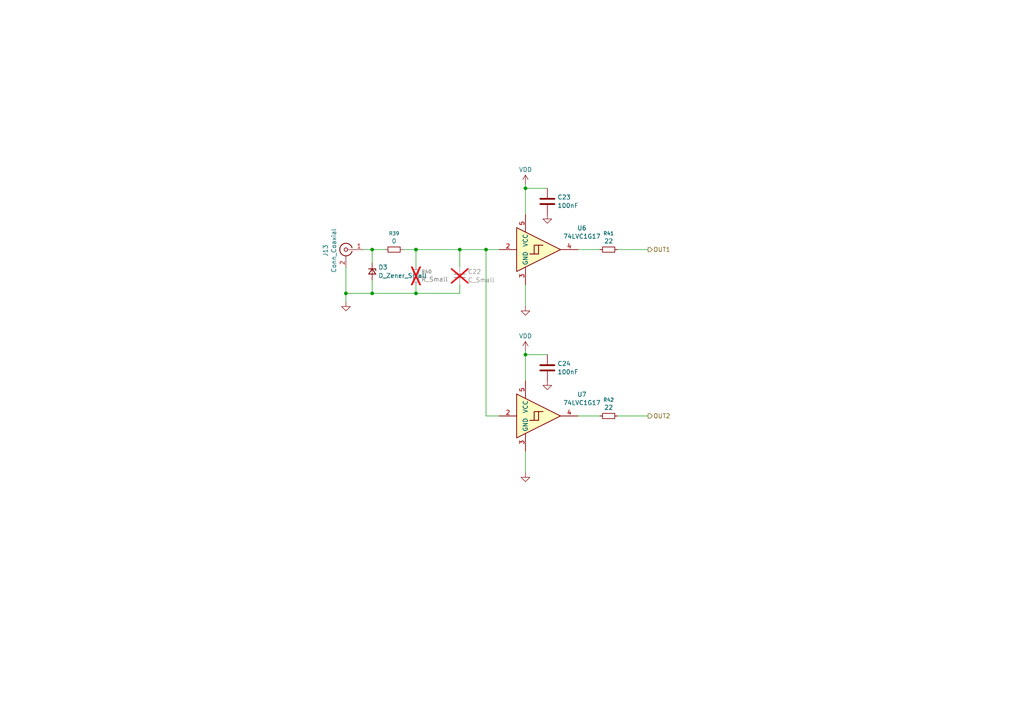
<source format=kicad_sch>
(kicad_sch (version 20250114) (generator "eeschema") (generator_version "9.0")
  (paper "A4")
  (lib_symbols
    (symbol "74xGxx:74LVC1G17"
      (property "Reference" "U" (at 0 3.81 0))
      (property "Value" "74LVC1G17" (at 0 -3.81 0))
      (symbol "74LVC1G17_0_1"
        (polyline (pts (xy -7.62 6.35) (xy -7.62 -6.35) (xy 5.08 0) (xy -7.62 6.35)) (stroke (width 0.254)) (fill (type background)))
        (polyline (pts (xy -3.81 -1.27) (xy -2.54 -1.27) (xy -2.54 1.27) (xy -1.27 1.27)) (stroke (width 0.254)) (fill (type background)))
        (polyline (pts (xy -2.54 -1.27) (xy -1.27 -1.27) (xy -1.27 1.27) (xy 0 1.27)) (stroke (width 0.254)) (fill (type background)))
      )
      (symbol "74LVC1G17_1_1"
        (pin input line (at -12.7 0 0) (length 5.08) (name "~") (number "2"))
        (pin no_connect line (at -7.62 5.08 180) (length 5.08) (hide yes) (name "NC") (number "1"))
        (pin power_in line (at -5.08 10.16 270) (length 5.08) (name "VCC") (number "5"))
        (pin power_in line (at -5.08 -10.16 90) (length 5.08) (name "GND") (number "3"))
        (pin output line (at 10.16 0 180) (length 5.08) (name "~") (number "4"))
      )
    )
    (symbol "Connector:Conn_Coaxial" (pin_names (offset 1.016) (hide yes))
      (property "Reference" "J" (at 0.254 3.048 0))
      (property "Value" "Conn_Coaxial" (at 2.921 0 90))
      (symbol "Conn_Coaxial_0_1"
        (polyline (pts (xy -2.54 0) (xy -0.508 0)))
        (arc (start 1.778 0) (mid 0.222 -1.8079) (end -1.778 -0.508) (stroke (width 0.254)))
        (arc (start -1.778 0.508) (mid 0.2221 1.8084) (end 1.778 0) (stroke (width 0.254)))
        (circle (center 0 0) (radius 0.508) (stroke (width 0.2032)))
        (polyline (pts (xy 0 -2.54) (xy 0 -1.778)))
      )
      (symbol "Conn_Coaxial_1_1"
        (pin passive line (at -5.08 0 0) (length 2.54) (name "In") (number "1"))
        (pin passive line (at 0 -5.08 90) (length 2.54) (name "Ext") (number "2"))
      )
    )
    (symbol "Device:C" (pin_numbers (hide yes)) (pin_names (offset 0.254))
      (property "Reference" "C" (at 0.635 2.54 0))
      (property "Value" "C" (at 0.635 -2.54 0))
      (symbol "C_0_1"
        (polyline (pts (xy -2.032 0.762) (xy 2.032 0.762)) (stroke (width 0.508)))
        (polyline (pts (xy -2.032 -0.762) (xy 2.032 -0.762)) (stroke (width 0.508)))
      )
      (symbol "C_1_1"
        (pin passive line (at 0 3.81 270) (length 2.794) (name "~") (number "1"))
        (pin passive line (at 0 -3.81 90) (length 2.794) (name "~") (number "2"))
      )
    )
    (symbol "Device:C_Small" (pin_numbers (hide yes)) (pin_names (offset 0.254) (hide yes))
      (property "Reference" "C" (at 0.254 1.778 0))
      (property "Value" "C_Small" (at 0.254 -2.032 0))
      (symbol "C_Small_0_1"
        (polyline (pts (xy -1.524 0.508) (xy 1.524 0.508)) (stroke (width 0.3048)))
        (polyline (pts (xy -1.524 -0.508) (xy 1.524 -0.508)) (stroke (width 0.3302)))
      )
      (symbol "C_Small_1_1"
        (pin passive line (at 0 2.54 270) (length 2.032) (name "~") (number "1"))
        (pin passive line (at 0 -2.54 90) (length 2.032) (name "~") (number "2"))
      )
    )
    (symbol "Device:D_Zener_Small" (pin_numbers (hide yes)) (pin_names (offset 0.254) (hide yes))
      (property "Reference" "D" (at 0 2.286 0))
      (property "Value" "D_Zener_Small" (at 0 -2.286 0))
      (symbol "D_Zener_Small_0_1"
        (polyline (pts (xy -0.254 1.016) (xy -0.762 1.016) (xy -0.762 -1.016)) (stroke (width 0.254)))
        (polyline (pts (xy 0.762 1.016) (xy -0.762 0) (xy 0.762 -1.016) (xy 0.762 1.016)) (stroke (width 0.254)))
        (polyline (pts (xy 0.762 0) (xy -0.762 0)))
      )
      (symbol "D_Zener_Small_1_1"
        (pin passive line (at -2.54 0 0) (length 1.778) (name "K") (number "1"))
        (pin passive line (at 2.54 0 180) (length 1.778) (name "A") (number "2"))
      )
    )
    (symbol "Device:R_Small" (pin_numbers (hide yes)) (pin_names (offset 0.254) (hide yes))
      (property "Reference" "R" (at 0 0 90))
      (property "Value" "R_Small" (at 1.778 0 90))
      (symbol "R_Small_0_1"
        (rectangle (start -0.762 1.778) (end 0.762 -1.778) (stroke (width 0.2032)))
      )
      (symbol "R_Small_1_1"
        (pin passive line (at 0 2.54 270) (length 0.762) (name "~") (number "1"))
        (pin passive line (at 0 -2.54 90) (length 0.762) (name "~") (number "2"))
      )
    )
    (symbol "power:GND" (power) (pin_numbers (hide yes)) (pin_names (offset 0) (hide yes))
      (property "Value" "GND" (at 0 -3.81 0))
      (symbol "GND_0_1"
        (polyline (pts (xy 0 0) (xy 0 -1.27) (xy 1.27 -1.27) (xy 0 -2.54) (xy -1.27 -1.27) (xy 0 -1.27)))
      )
      (symbol "GND_1_1"
        (pin power_in line (at 0 0 270) (length 0) (name "~") (number "1"))
      )
    )
    (symbol "power:VDD" (power) (pin_numbers (hide yes)) (pin_names (offset 0) (hide yes))
      (property "Value" "VDD" (at 0 3.556 0))
      (symbol "VDD_0_1"
        (polyline (pts (xy -0.762 1.27) (xy 0 2.54)))
        (polyline (pts (xy 0 2.54) (xy 0.762 1.27)))
        (polyline (pts (xy 0 0) (xy 0 2.54)))
      )
      (symbol "VDD_1_1"
        (pin power_in line (at 0 0 90) (length 0) (name "~") (number "1"))
      )
    )
  )
  (junction (at 100.33 85.09))
  (junction (at 120.65 85.09))
  (junction (at 133.35 72.39))
  (junction (at 107.95 72.39))
  (junction (at 152.4 102.87))
  (junction (at 107.95 85.09))
  (junction (at 120.65 72.39))
  (junction (at 140.97 72.39))
  (junction (at 152.4 54.61))
  (wire (pts (xy 133.35 72.39) (xy 133.35 77.47)))
  (wire (pts (xy 152.4 102.87) (xy 152.4 110.49)))
  (wire (pts (xy 120.65 72.39) (xy 120.65 77.47)))
  (wire (pts (xy 152.4 54.61) (xy 152.4 62.23)))
  (wire (pts (xy 120.65 82.55) (xy 120.65 85.09)))
  (wire (pts (xy 152.4 54.61) (xy 158.75 54.61)))
  (wire (pts (xy 152.4 130.81) (xy 152.4 137.16)))
  (wire (pts (xy 152.4 102.87) (xy 158.75 102.87)))
  (wire (pts (xy 100.33 87.63) (xy 100.33 85.09)))
  (wire (pts (xy 152.4 82.55) (xy 152.4 88.9)))
  (wire (pts (xy 167.64 120.65) (xy 173.99 120.65)))
  (wire (pts (xy 167.64 72.39) (xy 173.99 72.39)))
  (wire (pts (xy 120.65 85.09) (xy 107.95 85.09)))
  (wire (pts (xy 144.78 120.65) (xy 140.97 120.65)))
  (wire (pts (xy 179.07 72.39) (xy 187.96 72.39)))
  (wire (pts (xy 133.35 72.39) (xy 140.97 72.39)))
  (wire (pts (xy 107.95 72.39) (xy 107.95 76.2)))
  (wire (pts (xy 152.4 53.34) (xy 152.4 54.61)))
  (wire (pts (xy 140.97 72.39) (xy 144.78 72.39)))
  (wire (pts (xy 152.4 101.6) (xy 152.4 102.87)))
  (wire (pts (xy 105.41 72.39) (xy 107.95 72.39)))
  (wire (pts (xy 140.97 120.65) (xy 140.97 72.39)))
  (wire (pts (xy 179.07 120.65) (xy 187.96 120.65)))
  (wire (pts (xy 107.95 85.09) (xy 100.33 85.09)))
  (wire (pts (xy 107.95 72.39) (xy 111.76 72.39)))
  (wire (pts (xy 116.84 72.39) (xy 120.65 72.39)))
  (wire (pts (xy 133.35 82.55) (xy 133.35 85.09)))
  (wire (pts (xy 133.35 85.09) (xy 120.65 85.09)))
  (wire (pts (xy 120.65 72.39) (xy 133.35 72.39)))
  (wire (pts (xy 100.33 85.09) (xy 100.33 77.47)))
  (wire (pts (xy 107.95 81.28) (xy 107.95 85.09)))
  (hierarchical_label "OUT1" (shape output) (at 187.96 72.39 0))
  (hierarchical_label "OUT2" (shape output) (at 187.96 120.65 0))
  (symbol (lib_id "Device:R_Small") (at 114.3 72.39 90) (unit 1)
    (property "Reference" "R39" (at 114.3 67.7133 90) (effects (font (size 1.016 1.016))))
    (property "Value" "0" (at 114.3 69.9332 90))
    (property "Footprint" "Resistor_SMD:R_0603_1608Metric" (effects (hide yes)))
    (property "Description" "Resistor, small symbol" (effects (hide yes)))
  )
  (symbol (lib_id "Device:R_Small") (at 120.65 80.01 180) (unit 1) (dnp yes)
    (property "Reference" "R40" (at 122.1486 78.7978 0) (effects (font (size 1.016 1.016)) (justify right)))
    (property "Value" "R_Small" (at 122.1486 81.0177 0) (effects (justify right)))
    (property "Footprint" "Resistor_SMD:R_0603_1608Metric" (effects (hide yes)))
    (property "Description" "Resistor, small symbol" (effects (hide yes)))
  )
  (symbol (lib_id "Device:C") (at 158.75 106.68 0) (unit 1)
    (property "Reference" "C24" (at 161.671 105.4678 0) (effects (justify left)))
    (property "Value" "100nF" (at 161.671 107.8921 0) (effects (justify left)))
    (property "Footprint" "Capacitor_SMD:C_0603_1608Metric" (effects (hide yes)))
    (property "Description" "Unpolarized capacitor" (effects (hide yes)))
  )
  (symbol (lib_id "74xGxx:74LVC1G17") (at 157.48 72.39 0) (unit 1)
    (property "Reference" "U6" (at 168.7853 66.1434 0))
    (property "Value" "74LVC1G17" (at 168.7853 68.5677 0))
    (property "Footprint" "Package_TO_SOT_SMD:SOT-23-5" (effects (hide yes)))
    (property "Datasheet" "https://www.ti.com/lit/ds/symlink/sn74lvc1g17.pdf" (effects (hide yes)))
    (property "Description" "Single Schmitt Buffer Gate, Low-Voltage CMOS" (effects (hide yes)))
  )
  (symbol (lib_id "Device:R_Small") (at 176.53 72.39 90) (unit 1)
    (property "Reference" "R41" (at 176.53 67.7133 90) (effects (font (size 1.016 1.016))))
    (property "Value" "22" (at 176.53 69.9332 90))
    (property "Footprint" "Resistor_SMD:R_0603_1608Metric" (effects (hide yes)))
    (property "Description" "Resistor, small symbol" (effects (hide yes)))
  )
  (symbol (lib_id "power:GND") (at 158.75 62.23 0) (unit 1)
    (property "Reference" "#PWR056" (effects (hide yes)))
    (property "Value" "GND" (effects (hide yes)))
    (property "Description" "Power symbol creates a global label with name \"GND\" , ground" (effects (hide yes)))
  )
  (symbol (lib_id "Device:C") (at 158.75 58.42 0) (unit 1)
    (property "Reference" "C23" (at 161.671 57.2078 0) (effects (justify left)))
    (property "Value" "100nF" (at 161.671 59.6321 0) (effects (justify left)))
    (property "Footprint" "Capacitor_SMD:C_0603_1608Metric" (effects (hide yes)))
    (property "Description" "Unpolarized capacitor" (effects (hide yes)))
  )
  (symbol (lib_id "power:VDD") (at 152.4 101.6 0) (unit 1)
    (property "Reference" "#PWR054" (effects (hide yes)))
    (property "Value" "VDD" (at 152.4 97.4669 0))
    (property "Description" "Power symbol creates a global label with name \"VDD\"" (effects (hide yes)))
  )
  (symbol (lib_id "Device:R_Small") (at 176.53 120.65 90) (unit 1)
    (property "Reference" "R42" (at 176.53 115.9733 90) (effects (font (size 1.016 1.016))))
    (property "Value" "22" (at 176.53 118.1932 90))
    (property "Footprint" "Resistor_SMD:R_0603_1608Metric" (effects (hide yes)))
    (property "Description" "Resistor, small symbol" (effects (hide yes)))
  )
  (symbol (lib_id "74xGxx:74LVC1G17") (at 157.48 120.65 0) (unit 1)
    (property "Reference" "U7" (at 168.7853 114.4034 0))
    (property "Value" "74LVC1G17" (at 168.7853 116.8277 0))
    (property "Footprint" "Package_TO_SOT_SMD:SOT-23-5" (effects (hide yes)))
    (property "Datasheet" "https://www.ti.com/lit/ds/symlink/sn74lvc1g17.pdf" (effects (hide yes)))
    (property "Description" "Single Schmitt Buffer Gate, Low-Voltage CMOS" (effects (hide yes)))
  )
  (symbol (lib_id "power:GND") (at 152.4 137.16 0) (unit 1)
    (property "Reference" "#PWR055" (effects (hide yes)))
    (property "Value" "GND" (effects (hide yes)))
    (property "Description" "Power symbol creates a global label with name \"GND\" , ground" (effects (hide yes)))
  )
  (symbol (lib_id "power:GND") (at 152.4 88.9 0) (unit 1)
    (property "Reference" "#PWR053" (effects (hide yes)))
    (property "Value" "GND" (effects (hide yes)))
    (property "Description" "Power symbol creates a global label with name \"GND\" , ground" (effects (hide yes)))
  )
  (symbol (lib_id "power:GND") (at 100.33 87.63 0) (unit 1)
    (property "Reference" "#PWR051" (effects (hide yes)))
    (property "Value" "GND" (effects (hide yes)))
    (property "Description" "Power symbol creates a global label with name \"GND\" , ground" (effects (hide yes)))
  )
  (symbol (lib_id "power:GND") (at 158.75 110.49 0) (unit 1)
    (property "Reference" "#PWR057" (effects (hide yes)))
    (property "Value" "GND" (effects (hide yes)))
    (property "Description" "Power symbol creates a global label with name \"GND\" , ground" (effects (hide yes)))
  )
  (symbol (lib_id "Connector:Conn_Coaxial") (at 100.33 72.39 0) (mirror y) (unit 1)
    (property "Reference" "J13" (at 94.4074 72.6832 90))
    (property "Value" "Conn_Coaxial" (at 96.8317 72.6832 90))
    (property "Footprint" "Connector_Coaxial:SMA_Amphenol_901-144_Vertical" (effects (hide yes)))
    (property "Description" "coaxial connector (BNC, SMA, SMB, SMC, Cinch/RCA, LEMO, ...)" (effects (hide yes)))
  )
  (symbol (lib_id "power:VDD") (at 152.4 53.34 0) (unit 1)
    (property "Reference" "#PWR052" (effects (hide yes)))
    (property "Value" "VDD" (at 152.4 49.2069 0))
    (property "Description" "Power symbol creates a global label with name \"VDD\"" (effects (hide yes)))
  )
  (symbol (lib_id "Device:D_Zener_Small") (at 107.95 78.74 270) (unit 1)
    (property "Reference" "D3" (at 109.728 77.5278 90) (effects (justify left)))
    (property "Value" "D_Zener_Small" (at 109.728 79.9521 90) (effects (justify left)))
    (property "Footprint" "Diode_SMD:D_SOD-123F" (effects (hide yes)))
    (property "Description" "Zener diode, small symbol" (effects (hide yes)))
  )
  (symbol (lib_id "Device:C_Small") (at 133.35 80.01 0) (unit 1) (dnp yes)
    (property "Reference" "C22" (at 135.6741 78.8041 0) (effects (justify left)))
    (property "Value" "C_Small" (at 135.6741 81.2284 0) (effects (justify left)))
    (property "Footprint" "Capacitor_SMD:C_0603_1608Metric" (effects (hide yes)))
    (property "Description" "Unpolarized capacitor, small symbol" (effects (hide yes)))
  )
)
</source>
